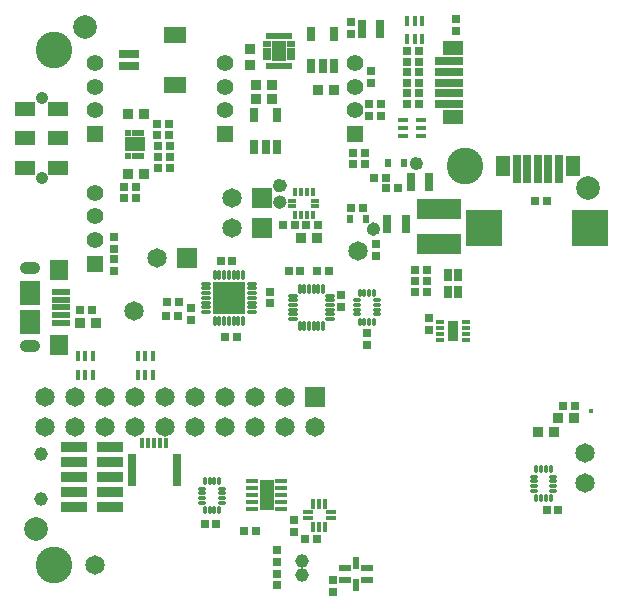
<source format=gbs>
G04 Layer_Color=16711935*
%FSLAX24Y24*%
%MOIN*%
G70*
G01*
G75*
%ADD51C,0.1220*%
%ADD131C,0.0240*%
%ADD135C,0.0651*%
%ADD136R,0.0296X0.0257*%
%ADD138R,0.0257X0.0296*%
%ADD139R,0.0375X0.0355*%
%ADD142R,0.0355X0.0375*%
%ADD150C,0.0139*%
%ADD155C,0.0178*%
%ADD156R,0.0651X0.0651*%
%ADD157O,0.0690X0.0414*%
%ADD158C,0.0462*%
%ADD159C,0.0414*%
%ADD160C,0.0560*%
%ADD161R,0.0560X0.0560*%
%ADD162R,0.0277X0.0296*%
%ADD163R,0.0296X0.0277*%
%ADD164C,0.0454*%
%ADD165C,0.0787*%
%ADD166R,0.0217X0.0257*%
%ADD167R,0.0611X0.0690*%
%ADD168R,0.0670X0.0808*%
%ADD169R,0.0592X0.0217*%
%ADD170R,0.0670X0.0296*%
%ADD171R,0.0769X0.0532*%
%ADD172R,0.0296X0.1084*%
%ADD173R,0.0178X0.0375*%
%ADD174R,0.1477X0.0651*%
%ADD175R,0.0316X0.0395*%
%ADD176R,0.0682X0.0477*%
%ADD177R,0.0918X0.0296*%
%ADD178R,0.0477X0.0682*%
%ADD179R,0.0296X0.0918*%
%ADD180R,0.0859X0.0359*%
%ADD181R,0.0336X0.0178*%
%ADD182R,0.0178X0.0336*%
%ADD183R,0.0316X0.0198*%
%ADD184R,0.1241X0.1241*%
%ADD185R,0.0690X0.0454*%
%ADD186R,0.1103X0.1103*%
%ADD187O,0.0395X0.0139*%
%ADD188O,0.0139X0.0395*%
%ADD189O,0.0336X0.0139*%
%ADD190O,0.0139X0.0336*%
%ADD191O,0.0136X0.0305*%
%ADD192O,0.0305X0.0136*%
%ADD193R,0.0157X0.0315*%
%ADD194R,0.0315X0.0158*%
%ADD195R,0.0354X0.0157*%
%ADD196R,0.0157X0.0354*%
%ADD197R,0.0395X0.0237*%
%ADD198R,0.0237X0.0395*%
%ADD199R,0.0355X0.0651*%
%ADD200R,0.0316X0.0158*%
%ADD201R,0.0394X0.0157*%
%ADD202R,0.0512X0.0984*%
%ADD203R,0.0296X0.0454*%
%ADD204R,0.0651X0.0493*%
%ADD205R,0.0198X0.0237*%
%ADD206R,0.0493X0.0651*%
%ADD207R,0.0887X0.0198*%
%ADD208R,0.0277X0.0198*%
D51*
X1378Y18543D02*
D03*
Y1378D02*
D03*
X15071Y14685D02*
D03*
D131*
X13569Y14760D02*
G03*
X13569Y14760I-110J0D01*
G01*
X12141Y12570D02*
G03*
X12141Y12570I-110J0D01*
G01*
X9031Y14020D02*
G03*
X9031Y14020I-110J0D01*
G01*
X9009D02*
G03*
X9009Y14020I-110J0D01*
G01*
X9021Y13470D02*
G03*
X9021Y13470I-110J0D01*
G01*
D135*
X19094Y5118D02*
D03*
Y4118D02*
D03*
X1091Y6957D02*
D03*
Y5957D02*
D03*
X2091D02*
D03*
Y6957D02*
D03*
X4091D02*
D03*
Y5957D02*
D03*
X5091D02*
D03*
Y6957D02*
D03*
X7091Y5957D02*
D03*
Y6957D02*
D03*
X10091Y5957D02*
D03*
X9091Y6957D02*
D03*
Y5957D02*
D03*
X8091Y6957D02*
D03*
Y5957D02*
D03*
X6091Y6957D02*
D03*
Y5957D02*
D03*
X3091D02*
D03*
Y6957D02*
D03*
X7300Y13600D02*
D03*
X7300Y12600D02*
D03*
X4800Y11600D02*
D03*
X11516Y11850D02*
D03*
X4055Y9843D02*
D03*
X2756Y1378D02*
D03*
D136*
X6935Y11511D02*
D03*
X7328D02*
D03*
X7478Y8981D02*
D03*
X7085D02*
D03*
X9203Y11170D02*
D03*
X9597D02*
D03*
X10557D02*
D03*
X10163D02*
D03*
X10176Y12694D02*
D03*
X9783D02*
D03*
X9013D02*
D03*
X9406D02*
D03*
X9764Y2247D02*
D03*
X10158D02*
D03*
X8115Y2502D02*
D03*
X7721D02*
D03*
X6403Y2740D02*
D03*
X6797D02*
D03*
X18345Y6679D02*
D03*
X18739D02*
D03*
X18199Y3199D02*
D03*
X17805D02*
D03*
X17413Y13500D02*
D03*
X17807D02*
D03*
X2243Y9860D02*
D03*
X2637D02*
D03*
X12053Y14280D02*
D03*
X12447D02*
D03*
D138*
X8581Y10488D02*
D03*
Y10094D02*
D03*
X10935Y9964D02*
D03*
Y10357D02*
D03*
X11800Y8703D02*
D03*
Y9097D02*
D03*
X9391Y2470D02*
D03*
Y2864D02*
D03*
X10670Y473D02*
D03*
Y867D02*
D03*
X13876Y9616D02*
D03*
Y9223D02*
D03*
X12130Y11683D02*
D03*
Y12077D02*
D03*
X8807Y1473D02*
D03*
Y1866D02*
D03*
Y693D02*
D03*
Y1086D02*
D03*
D139*
X7900Y18586D02*
D03*
Y18054D02*
D03*
D142*
X9604Y12274D02*
D03*
X10135D02*
D03*
X18718Y6279D02*
D03*
X18186D02*
D03*
X2796Y9440D02*
D03*
X2264D02*
D03*
X3864Y16390D02*
D03*
X4396D02*
D03*
X3864Y14410D02*
D03*
X4396D02*
D03*
X8646Y17380D02*
D03*
X8114D02*
D03*
X8646Y16910D02*
D03*
X8114D02*
D03*
X10706Y17210D02*
D03*
X10174D02*
D03*
X18046Y5820D02*
D03*
X17514D02*
D03*
D150*
X13583Y14760D02*
D03*
X13337D02*
D03*
X11907Y12570D02*
D03*
X12153D02*
D03*
X9043Y14020D02*
D03*
X8777D02*
D03*
X8787Y13470D02*
D03*
X9033D02*
D03*
D155*
X19272Y6509D02*
D03*
D156*
X10091Y6957D02*
D03*
X8300Y13600D02*
D03*
X8300Y12600D02*
D03*
X5800Y11600D02*
D03*
D157*
X571Y8661D02*
D03*
Y11260D02*
D03*
D158*
X937Y3573D02*
D03*
Y5073D02*
D03*
D159*
X974Y14260D02*
D03*
Y16937D02*
D03*
D160*
X2756Y18110D02*
D03*
Y17323D02*
D03*
Y16535D02*
D03*
X7087Y18110D02*
D03*
Y17323D02*
D03*
Y16535D02*
D03*
X2756Y13780D02*
D03*
Y12992D02*
D03*
Y12205D02*
D03*
X11417Y18110D02*
D03*
Y17323D02*
D03*
Y16535D02*
D03*
D161*
X2756Y15748D02*
D03*
X7087D02*
D03*
X2756Y11417D02*
D03*
X11417Y15748D02*
D03*
D162*
X12270Y16727D02*
D03*
Y16333D02*
D03*
X11890Y16333D02*
D03*
Y16727D02*
D03*
X14770Y19567D02*
D03*
Y19173D02*
D03*
X11940Y17827D02*
D03*
Y17433D02*
D03*
X5941Y9938D02*
D03*
Y9544D02*
D03*
X3730Y13987D02*
D03*
Y13593D02*
D03*
X4100Y13593D02*
D03*
Y13987D02*
D03*
X3390Y12317D02*
D03*
Y11923D02*
D03*
Y11163D02*
D03*
Y11557D02*
D03*
X11270Y19083D02*
D03*
Y19477D02*
D03*
D163*
X11757Y14730D02*
D03*
X11363D02*
D03*
X11757Y15090D02*
D03*
X11363D02*
D03*
X13153Y17450D02*
D03*
X13547D02*
D03*
X13153Y18150D02*
D03*
X13547D02*
D03*
X13153Y17100D02*
D03*
X13547D02*
D03*
X13153Y17800D02*
D03*
X13547D02*
D03*
X13153Y18500D02*
D03*
X13547D02*
D03*
X13153Y16750D02*
D03*
X13547D02*
D03*
X13433Y11199D02*
D03*
X13827D02*
D03*
X13433Y10829D02*
D03*
X13827D02*
D03*
X13433Y10459D02*
D03*
X13827D02*
D03*
X5227Y16060D02*
D03*
X4833D02*
D03*
X4833Y15700D02*
D03*
X5227D02*
D03*
X4843Y14970D02*
D03*
X5237D02*
D03*
X4843Y15330D02*
D03*
X5237D02*
D03*
X4843Y14610D02*
D03*
X5237D02*
D03*
X5527Y9680D02*
D03*
X5133D02*
D03*
X5537Y10140D02*
D03*
X5143D02*
D03*
X12847Y13930D02*
D03*
X12453D02*
D03*
X11677Y13280D02*
D03*
X11283D02*
D03*
D164*
X9646Y1040D02*
D03*
Y1500D02*
D03*
D165*
X787Y2559D02*
D03*
X19173Y13937D02*
D03*
X2402Y19291D02*
D03*
D166*
X13066Y14760D02*
D03*
X12514D02*
D03*
X11244Y12890D02*
D03*
X11796D02*
D03*
D167*
X1535Y8701D02*
D03*
Y11220D02*
D03*
D168*
X571Y10433D02*
D03*
Y9488D02*
D03*
D169*
X1624Y10472D02*
D03*
Y10217D02*
D03*
Y9449D02*
D03*
Y9705D02*
D03*
Y9961D02*
D03*
D170*
X3888Y18406D02*
D03*
Y18012D02*
D03*
D171*
X5413Y19035D02*
D03*
Y17382D02*
D03*
D172*
X3976Y4528D02*
D03*
X5472D02*
D03*
D173*
X4528Y5433D02*
D03*
X4724D02*
D03*
X4921D02*
D03*
X5118D02*
D03*
X4331D02*
D03*
D174*
X14200Y13251D02*
D03*
Y12069D02*
D03*
D175*
X14518Y10463D02*
D03*
Y11033D02*
D03*
X14852D02*
D03*
Y10463D02*
D03*
D176*
X14682Y18613D02*
D03*
Y16291D02*
D03*
D177*
X14564Y18161D02*
D03*
Y17806D02*
D03*
Y17098D02*
D03*
Y16743D02*
D03*
Y17452D02*
D03*
D178*
X16348Y14685D02*
D03*
X18671D02*
D03*
D179*
X16801Y14567D02*
D03*
X17156D02*
D03*
X17864D02*
D03*
X18219D02*
D03*
X17510D02*
D03*
D180*
X2037Y4823D02*
D03*
X3238Y3323D02*
D03*
Y3823D02*
D03*
Y4323D02*
D03*
Y4823D02*
D03*
Y5323D02*
D03*
X2037Y3323D02*
D03*
Y3823D02*
D03*
Y4323D02*
D03*
Y5323D02*
D03*
D181*
X13000Y16190D02*
D03*
Y15934D02*
D03*
Y15678D02*
D03*
X13630D02*
D03*
Y15934D02*
D03*
Y16190D02*
D03*
D182*
X13150Y18890D02*
D03*
X13406D02*
D03*
X13662D02*
D03*
Y19520D02*
D03*
X13406D02*
D03*
X13150D02*
D03*
X4680Y8330D02*
D03*
X4424D02*
D03*
X4168D02*
D03*
Y7700D02*
D03*
X4424D02*
D03*
X4680D02*
D03*
X2680Y8330D02*
D03*
X2424D02*
D03*
X2168D02*
D03*
Y7700D02*
D03*
X2424D02*
D03*
X2680D02*
D03*
D183*
X13275Y14347D02*
D03*
Y14150D02*
D03*
Y13953D02*
D03*
X13885D02*
D03*
Y14150D02*
D03*
Y14347D02*
D03*
X12495Y12927D02*
D03*
Y12730D02*
D03*
Y12533D02*
D03*
X13105D02*
D03*
Y12730D02*
D03*
Y12927D02*
D03*
X11655Y19427D02*
D03*
Y19230D02*
D03*
Y19033D02*
D03*
X12265D02*
D03*
Y19230D02*
D03*
Y19427D02*
D03*
D184*
X15722Y12598D02*
D03*
X19242D02*
D03*
D185*
X1526Y16583D02*
D03*
Y14614D02*
D03*
Y15598D02*
D03*
X423D02*
D03*
Y14614D02*
D03*
Y16583D02*
D03*
D186*
X7210Y10280D02*
D03*
D187*
X6452Y10752D02*
D03*
Y10595D02*
D03*
Y10437D02*
D03*
Y10280D02*
D03*
Y10123D02*
D03*
Y9965D02*
D03*
Y9808D02*
D03*
X7968D02*
D03*
Y9965D02*
D03*
Y10123D02*
D03*
Y10280D02*
D03*
Y10437D02*
D03*
Y10595D02*
D03*
Y10752D02*
D03*
D188*
X6738Y9522D02*
D03*
X6895D02*
D03*
X7053D02*
D03*
X7210D02*
D03*
X7367D02*
D03*
X7525D02*
D03*
X7682D02*
D03*
Y11038D02*
D03*
X7525D02*
D03*
X7367D02*
D03*
X7210D02*
D03*
X7053D02*
D03*
X6895D02*
D03*
X6738D02*
D03*
D189*
X9350Y9567D02*
D03*
Y9724D02*
D03*
Y9882D02*
D03*
Y10039D02*
D03*
Y10197D02*
D03*
Y10354D02*
D03*
X10571D02*
D03*
Y10197D02*
D03*
Y10039D02*
D03*
Y9882D02*
D03*
Y9724D02*
D03*
Y9567D02*
D03*
D190*
X9567Y10571D02*
D03*
X9724D02*
D03*
X9882D02*
D03*
X10039D02*
D03*
X10197D02*
D03*
X10354D02*
D03*
Y9350D02*
D03*
X10197D02*
D03*
X10039D02*
D03*
X9882D02*
D03*
X9724D02*
D03*
X9567D02*
D03*
D191*
X11573Y9478D02*
D03*
X11730D02*
D03*
X11888D02*
D03*
X12045D02*
D03*
Y10443D02*
D03*
X11888D02*
D03*
X11730D02*
D03*
X11573D02*
D03*
X6414Y3198D02*
D03*
X6571D02*
D03*
X6729D02*
D03*
X6886D02*
D03*
Y4162D02*
D03*
X6729D02*
D03*
X6571D02*
D03*
X6414D02*
D03*
X17466Y3597D02*
D03*
X17623D02*
D03*
X17781D02*
D03*
X17938D02*
D03*
Y4561D02*
D03*
X17781D02*
D03*
X17623D02*
D03*
X17466D02*
D03*
D192*
X12134Y9724D02*
D03*
Y9882D02*
D03*
Y10039D02*
D03*
Y10197D02*
D03*
X11484D02*
D03*
Y10039D02*
D03*
Y9882D02*
D03*
Y9724D02*
D03*
X6975Y3444D02*
D03*
Y3601D02*
D03*
Y3759D02*
D03*
Y3916D02*
D03*
X6325D02*
D03*
Y3759D02*
D03*
Y3601D02*
D03*
Y3444D02*
D03*
X18027Y3843D02*
D03*
Y4000D02*
D03*
Y4158D02*
D03*
Y4315D02*
D03*
X17377D02*
D03*
Y4158D02*
D03*
Y4000D02*
D03*
Y3843D02*
D03*
D193*
X9809Y13808D02*
D03*
X9415D02*
D03*
X9612D02*
D03*
X10006D02*
D03*
Y13040D02*
D03*
X9809D02*
D03*
X9612D02*
D03*
X9415D02*
D03*
D194*
X10094Y13522D02*
D03*
Y13326D02*
D03*
X9327D02*
D03*
Y13522D02*
D03*
D195*
X9856Y2932D02*
D03*
Y3128D02*
D03*
X10604D02*
D03*
Y2932D02*
D03*
D196*
X10033Y3404D02*
D03*
X10230D02*
D03*
X10427D02*
D03*
Y2656D02*
D03*
X10230D02*
D03*
X10033D02*
D03*
D197*
X11096Y863D02*
D03*
Y1257D02*
D03*
X11824D02*
D03*
Y863D02*
D03*
D198*
X11460Y1424D02*
D03*
Y696D02*
D03*
D199*
X14685Y9173D02*
D03*
D200*
X15108Y9469D02*
D03*
Y9272D02*
D03*
Y9075D02*
D03*
Y8878D02*
D03*
X14262Y9469D02*
D03*
Y9272D02*
D03*
Y9075D02*
D03*
Y8878D02*
D03*
D201*
X8960Y4175D02*
D03*
Y3939D02*
D03*
Y3702D02*
D03*
Y3466D02*
D03*
Y3230D02*
D03*
X7976D02*
D03*
Y3466D02*
D03*
Y3702D02*
D03*
Y3939D02*
D03*
Y4175D02*
D03*
D202*
X8468Y3702D02*
D03*
D203*
X10714Y17998D02*
D03*
X10340D02*
D03*
X9966D02*
D03*
Y19061D02*
D03*
X10714D02*
D03*
X8814Y15299D02*
D03*
X8440D02*
D03*
X8066D02*
D03*
Y16362D02*
D03*
X8814D02*
D03*
D204*
X4080Y15400D02*
D03*
D205*
X3863Y15016D02*
D03*
X4080D02*
D03*
X4297D02*
D03*
Y15784D02*
D03*
X4080D02*
D03*
X3863D02*
D03*
D206*
X8890Y18510D02*
D03*
D207*
Y18008D02*
D03*
Y19012D02*
D03*
D208*
X8486Y18727D02*
D03*
Y18510D02*
D03*
X9294Y18727D02*
D03*
Y18510D02*
D03*
Y18293D02*
D03*
X8486D02*
D03*
M02*

</source>
